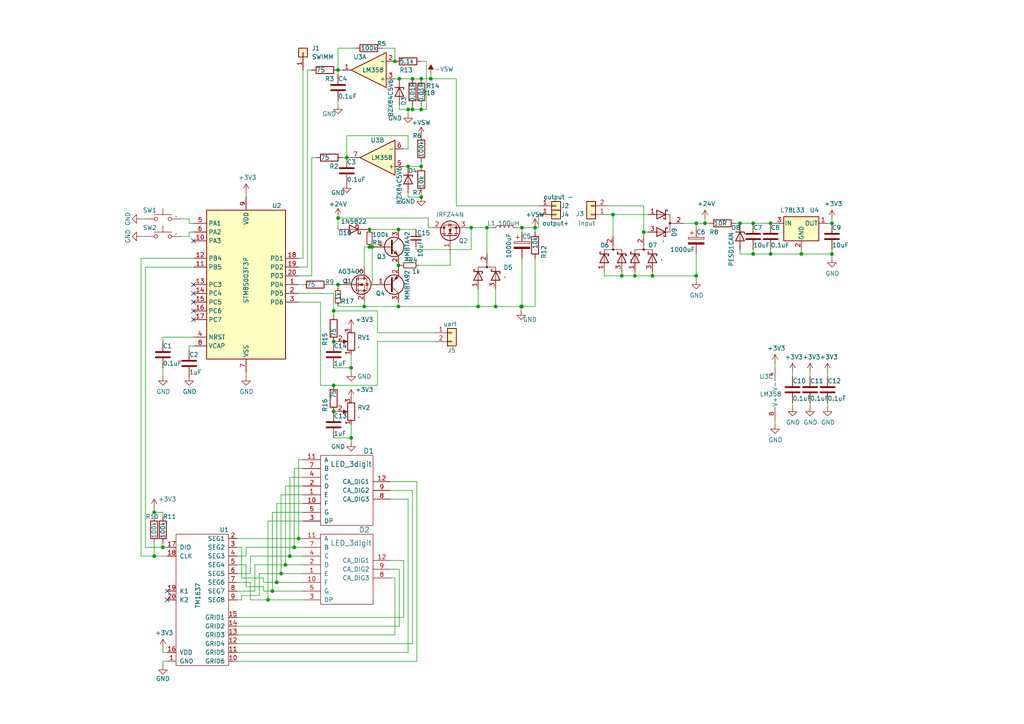
<source format=kicad_sch>
(kicad_sch (version 20211123) (generator eeschema)
  (paper "A4")
  (title_block (title "PWM regulator for power supply") (date "2022-02-09") (comment 2 "Mikhail Belkin (+79609615427, dltech174@gmail.com)"))
  (lib_symbols
    (symbol "Amplifier_Operational:LM358" (pin_names (offset 0.127))
      (property "Reference" "U" (at 0 5.08 0))
      (property "Value" "LM358" (at 0 -5.08 0))
      (symbol "LM358_1_1"
        (pin output line (at 7.62 0 180) (length 2.54) (name "~") (number "1"))
        (pin input line (at -7.62 -2.54 0) (length 2.54) (name "-") (number "2"))
        (pin input line (at -7.62 2.54 0) (length 2.54) (name "+") (number "3"))
      )
      (symbol "LM358_2_1"
        (pin input line (at -7.62 2.54 0) (length 2.54) (name "+") (number "5"))
        (pin input line (at -7.62 -2.54 0) (length 2.54) (name "-") (number "6"))
        (pin output line (at 7.62 0 180) (length 2.54) (name "~") (number "7"))
      )
      (symbol "LM358_3_1"
        (pin power_in line (at -2.54 -7.62 90) (length 3.81) (name "V-") (number "4"))
        (pin power_in line (at -2.54 7.62 270) (length 3.81) (name "V+") (number "8"))
      )
    )
    (symbol "Connector_Generic:Conn_01x01" (pin_names (offset 1.016) hide)
      (property "Reference" "J" (at 0 2.54 0))
      (property "Value" "Conn_01x01" (at 0 -2.54 0))
      (symbol "Conn_01x01_1_1"
        (pin passive line (at -5.08 0 0) (length 3.81) (name "Pin_1") (number "1"))
      )
    )
    (symbol "Connector_Generic:Conn_01x02" (pin_names (offset 1.016) hide)
      (property "Reference" "J" (at 0 2.54 0))
      (property "Value" "Conn_01x02" (at 0 -5.08 0))
      (symbol "Conn_01x02_1_1"
        (pin passive line (at -5.08 0 0) (length 3.81) (name "Pin_1") (number "1"))
        (pin passive line (at -5.08 -2.54 0) (length 3.81) (name "Pin_2") (number "2"))
      )
    )
    (symbol "Device:C" (pin_numbers hide) (pin_names (offset 0.254))
      (property "Reference" "C" (at 0.635 2.54 0))
      (property "Value" "C" (at 0.635 -2.54 0))
      (symbol "C_1_1"
        (pin passive line (at 0 3.81 270) (length 2.794) (name "~") (number "1"))
        (pin passive line (at 0 -3.81 90) (length 2.794) (name "~") (number "2"))
      )
    )
    (symbol "Device:C_Polarized" (pin_numbers hide) (pin_names (offset 0.254))
      (property "Reference" "C" (at 0.635 2.54 0))
      (property "Value" "C_Polarized" (at 0.635 -2.54 0))
      (symbol "C_Polarized_1_1"
        (pin passive line (at 0 3.81 270) (length 2.794) (name "~") (number "1"))
        (pin passive line (at 0 -3.81 90) (length 2.794) (name "~") (number "2"))
      )
    )
    (symbol "Device:C_Small" (pin_numbers hide) (pin_names (offset 0.254) hide)
      (property "Reference" "C" (at 0.254 1.778 0))
      (property "Value" "C_Small" (at 0.254 -2.032 0))
      (symbol "C_Small_1_1"
        (pin passive line (at 0 2.54 270) (length 2.032) (name "~") (number "1"))
        (pin passive line (at 0 -2.54 90) (length 2.032) (name "~") (number "2"))
      )
    )
    (symbol "Device:D_Schottky" (pin_numbers hide) (pin_names (offset 1.016) hide)
      (property "Reference" "D" (at 0 2.54 0))
      (property "Value" "D_Schottky" (at 0 -2.54 0))
      (symbol "D_Schottky_1_1"
        (pin passive line (at -3.81 0 0) (length 2.54) (name "K") (number "1"))
        (pin passive line (at 3.81 0 180) (length 2.54) (name "A") (number "2"))
      )
    )
    (symbol "Device:D_Schottky_Dual_CommonCathode_AKA_Parallel" (pin_names (offset 0.762) hide)
      (property "Reference" "D" (at 0 5.08 0))
      (property "Value" "D_Schottky_Dual_CommonCathode_AKA_Parallel" (at 0 -5.08 0))
      (symbol "D_Schottky_Dual_CommonCathode_AKA_Parallel_0_1"
        (pin passive line (at -5.08 2.54 0) (length 2.54) (name "K") (number "1"))
        (pin passive line (at 5.08 0 180) (length 2.54) (name "A") (number "2"))
        (pin passive line (at -5.08 -2.54 0) (length 2.54) (name "K") (number "3"))
      )
    )
    (symbol "Device:L" (pin_numbers hide) (pin_names (offset 1.016) hide)
      (property "Reference" "L" (at -1.27 0 90))
      (property "Value" "L" (at 1.905 0 90))
      (symbol "L_1_1"
        (pin passive line (at 0 3.81 270) (length 1.27) (name "1") (number "1"))
        (pin passive line (at 0 -3.81 90) (length 1.27) (name "2") (number "2"))
      )
    )
    (symbol "Device:R" (pin_numbers hide) (pin_names (offset 0))
      (property "Reference" "R" (at 2.032 0 90))
      (property "Value" "R" (at 0 0 90))
      (symbol "R_1_1"
        (pin passive line (at 0 3.81 270) (length 1.27) (name "~") (number "1"))
        (pin passive line (at 0 -3.81 90) (length 1.27) (name "~") (number "2"))
      )
    )
    (symbol "Device:R_Potentiometer" (pin_names (offset 1.016) hide)
      (property "Reference" "RV" (at -4.445 0 90))
      (property "Value" "R_Potentiometer" (at -2.54 0 90))
      (symbol "R_Potentiometer_1_1"
        (pin passive line (at 0 3.81 270) (length 1.27) (name "1") (number "1"))
        (pin passive line (at 3.81 0 180) (length 1.27) (name "2") (number "2"))
        (pin passive line (at 0 -3.81 90) (length 1.27) (name "3") (number "3"))
      )
    )
    (symbol "Device:R_Small" (pin_numbers hide) (pin_names (offset 0.254) hide)
      (property "Reference" "R" (at 0.762 0.508 0))
      (property "Value" "R_Small" (at 0.762 -1.016 0))
      (symbol "R_Small_1_1"
        (pin passive line (at 0 2.54 270) (length 0.762) (name "~") (number "1"))
        (pin passive line (at 0 -2.54 90) (length 0.762) (name "~") (number "2"))
      )
    )
    (symbol "Diode:BZX84Cxx" (pin_numbers hide) (pin_names hide)
      (property "Reference" "D" (at 0 3.81 0))
      (property "Value" "BZX84Cxx" (at 0 -3.81 0))
      (symbol "BZX84Cxx_1_1"
        (pin passive line (at 3.81 0 180) (length 2.54) (name "A") (number "1"))
        (pin no_connect line (at 1.27 0 180) (length 2.54) hide (name "NC") (number "2"))
        (pin passive line (at -3.81 0 0) (length 2.54) (name "K") (number "3"))
      )
    )
    (symbol "MCU_ST_STM8:STM8S003F3P"
      (property "Reference" "U" (at 1.27 25.4 0))
      (property "Value" "STM8S003F3P" (at 1.27 22.86 0))
      (symbol "STM8S003F3P_1_1"
        (pin bidirectional line (at 15.24 0 180) (length 3.81) (name "PD4") (number "1"))
        (pin bidirectional line (at -15.24 12.7 0) (length 3.81) (name "PA3") (number "10"))
        (pin bidirectional line (at -15.24 5.08 0) (length 3.81) (name "PB5") (number "11"))
        (pin bidirectional line (at -15.24 7.62 0) (length 3.81) (name "PB4") (number "12"))
        (pin bidirectional line (at -15.24 0 0) (length 3.81) (name "PC3") (number "13"))
        (pin bidirectional line (at -15.24 -2.54 0) (length 3.81) (name "PC4") (number "14"))
        (pin bidirectional line (at -15.24 -5.08 0) (length 3.81) (name "PC5") (number "15"))
        (pin bidirectional line (at -15.24 -7.62 0) (length 3.81) (name "PC6") (number "16"))
        (pin bidirectional line (at -15.24 -10.16 0) (length 3.81) (name "PC7") (number "17"))
        (pin bidirectional line (at 15.24 7.62 180) (length 3.81) (name "PD1") (number "18"))
        (pin bidirectional line (at 15.24 5.08 180) (length 3.81) (name "PD2") (number "19"))
        (pin bidirectional line (at 15.24 -2.54 180) (length 3.81) (name "PD5") (number "2"))
        (pin bidirectional line (at 15.24 2.54 180) (length 3.81) (name "PD3") (number "20"))
        (pin bidirectional line (at 15.24 -5.08 180) (length 3.81) (name "PD6") (number "3"))
        (pin input line (at -15.24 -15.24 0) (length 3.81) (name "NRST") (number "4"))
        (pin bidirectional line (at -15.24 17.78 0) (length 3.81) (name "PA1") (number "5"))
        (pin bidirectional line (at -15.24 15.24 0) (length 3.81) (name "PA2") (number "6"))
        (pin power_in line (at 0 -25.4 90) (length 3.81) (name "VSS") (number "7"))
        (pin passive line (at -15.24 -17.78 0) (length 3.81) (name "VCAP") (number "8"))
        (pin power_in line (at 0 25.4 270) (length 3.81) (name "VDD") (number "9"))
      )
    )
    (symbol "Regulator_Linear:L78L33_SOT89" (pin_names (offset 0.254))
      (property "Reference" "U" (at -3.81 3.175 0))
      (property "Value" "L78L33_SOT89" (at -0.635 3.175 0))
      (symbol "L78L33_SOT89_1_1"
        (pin power_out line (at 7.62 0 180) (length 2.54) (name "OUT") (number "1"))
        (pin power_in line (at 0 -7.62 90) (length 2.54) (name "GND") (number "2"))
        (pin power_in line (at -7.62 0 0) (length 2.54) (name "IN") (number "3"))
      )
    )
    (symbol "Switch:SW_Push" (pin_numbers hide) (pin_names (offset 1.016) hide)
      (property "Reference" "SW" (at 1.27 2.54 0))
      (property "Value" "SW_Push" (at 0 -1.524 0))
      (symbol "SW_Push_0_1"
        (pin passive line (at -5.08 0 0) (length 2.54) (name "1") (number "1"))
        (pin passive line (at 5.08 0 180) (length 2.54) (name "2") (number "2"))
      )
    )
    (symbol "Transistor_BJT:MMBTA42" (pin_names (offset 0) hide)
      (property "Reference" "Q" (at 5.08 1.905 0))
      (property "Value" "MMBTA42" (at 5.08 0 0))
      (symbol "MMBTA42_1_1"
        (pin input line (at -5.08 0 0) (length 5.08) (name "B") (number "1"))
        (pin passive line (at 2.54 -5.08 90) (length 2.54) (name "E") (number "2"))
        (pin passive line (at 2.54 5.08 270) (length 2.54) (name "C") (number "3"))
      )
    )
    (symbol "Transistor_BJT:MMBTA92" (pin_names (offset 0) hide)
      (property "Reference" "Q" (at 5.08 1.905 0))
      (property "Value" "MMBTA92" (at 5.08 0 0))
      (symbol "MMBTA92_1_1"
        (pin input line (at -5.08 0 0) (length 5.08) (name "B") (number "1"))
        (pin passive line (at 2.54 -5.08 90) (length 2.54) (name "E") (number "2"))
        (pin passive line (at 2.54 5.08 270) (length 2.54) (name "C") (number "3"))
      )
    )
    (symbol "local:2N60" (pin_names (offset 0) hide)
      (property "Reference" "Q" (at 5.08 1.905 0))
      (property "Value" "2N60" (at 5.08 0 0))
      (symbol "2N60_1_1"
        (pin input line (at -5.08 0 0) (length 5.08) (name "G") (number "1"))
        (pin passive line (at 2.54 5.08 270) (length 2.54) (name "D") (number "2"))
        (pin passive line (at 2.54 -5.08 90) (length 2.54) (name "S") (number "3"))
      )
    )
    (symbol "local:AO3400" (pin_names (offset 0) hide)
      (property "Reference" "Q" (at 5.08 1.905 0))
      (property "Value" "AO3400" (at 5.08 0 0))
      (symbol "AO3400_1_1"
        (pin input line (at -5.08 0 0) (length 5.08) (name "G") (number "1"))
        (pin passive line (at 2.54 -5.08 90) (length 2.54) (name "S") (number "2"))
        (pin passive line (at 2.54 5.08 270) (length 2.54) (name "D") (number "3"))
      )
    )
    (symbol "local:LED_3digit" (pin_names (offset 1.016))
      (property "Reference" "D" (at 0 11.43 0))
      (property "Value" "LED_3digit" (at 0 -11.43 0))
      (symbol "LED_3digit_1_1"
        (pin input line (at -12.7 -1.27 0) (length 5.08) (name "E") (number "1"))
        (pin input line (at -12.7 -3.81 0) (length 5.08) (name "F") (number "10"))
        (pin input line (at -12.7 8.89 0) (length 5.08) (name "A") (number "11"))
        (pin input line (at 12.7 2.54 180) (length 5.08) (name "CA_DIG1") (number "12"))
        (pin input line (at -12.7 1.27 0) (length 5.08) (name "D") (number "2"))
        (pin input line (at -12.7 -8.89 0) (length 5.08) (name "DP") (number "3"))
        (pin input line (at -12.7 3.81 0) (length 5.08) (name "C") (number "4"))
        (pin input line (at -12.7 -6.35 0) (length 5.08) (name "G") (number "5"))
        (pin input line (at -12.7 6.35 0) (length 5.08) (name "B") (number "7"))
        (pin input line (at 12.7 -2.54 180) (length 5.08) (name "CA_DIG3") (number "8"))
        (pin input line (at 12.7 0 180) (length 5.08) (name "CA_DIG2") (number "9"))
      )
    )
    (symbol "local:TM1637" (pin_names (offset 1.016))
      (property "Reference" "U" (at 6.35 22.86 0))
      (property "Value" "TM1637" (at -3.81 22.86 0))
      (symbol "TM1637_1_1"
        (pin power_in line (at -10.16 -15.24 0) (length 2.54) (name "GND") (number "1"))
        (pin output line (at 10.16 -15.24 180) (length 2.54) (name "GRID6") (number "10"))
        (pin output line (at 10.16 -12.7 180) (length 2.54) (name "GRID5") (number "11"))
        (pin output line (at 10.16 -10.16 180) (length 2.54) (name "GRID4") (number "12"))
        (pin output line (at 10.16 -7.62 180) (length 2.54) (name "GRID3") (number "13"))
        (pin output line (at 10.16 -5.08 180) (length 2.54) (name "GRID2") (number "14"))
        (pin output line (at 10.16 -2.54 180) (length 2.54) (name "GRID1") (number "15"))
        (pin power_in line (at -10.16 -12.7 0) (length 2.54) (name "VDD") (number "16"))
        (pin bidirectional line (at -10.16 17.78 0) (length 2.54) (name "DIO") (number "17"))
        (pin input line (at -10.16 15.24 0) (length 2.54) (name "CLK") (number "18"))
        (pin input line (at -10.16 5.08 0) (length 2.54) (name "K1") (number "19"))
        (pin output line (at 10.16 20.32 180) (length 2.54) (name "SEG1") (number "2"))
        (pin input line (at -10.16 2.54 0) (length 2.54) (name "K2") (number "20"))
        (pin output line (at 10.16 17.78 180) (length 2.54) (name "SEG2") (number "3"))
        (pin output line (at 10.16 15.24 180) (length 2.54) (name "SEG3") (number "4"))
        (pin output line (at 10.16 12.7 180) (length 2.54) (name "SEG4") (number "5"))
        (pin output line (at 10.16 10.16 180) (length 2.54) (name "SEG5") (number "6"))
        (pin output line (at 10.16 7.62 180) (length 2.54) (name "SEG6") (number "7"))
        (pin output line (at 10.16 5.08 180) (length 2.54) (name "SEG7") (number "8"))
        (pin output line (at 10.16 2.54 180) (length 2.54) (name "SEG8") (number "9"))
      )
    )
    (symbol "power:+24V" (power) (pin_names (offset 0))
      (property "Value" "+24V" (at 0 3.556 0))
      (symbol "+24V_1_1"
        (pin power_in line (at 0 0 90) (length 0) hide (name "+24V") (number "1"))
      )
    )
    (symbol "power:+3.3V" (power) (pin_names (offset 0))
      (property "Value" "+3.3V" (at 0 3.556 0))
      (symbol "+3.3V_1_1"
        (pin power_in line (at 0 0 90) (length 0) hide (name "+3V3") (number "1"))
      )
    )
    (symbol "power:+VSW" (power) (pin_names (offset 0))
      (property "Value" "+VSW" (at 0 3.556 0))
      (symbol "+VSW_1_1"
        (pin power_in line (at 0 0 90) (length 0) hide (name "+VSW") (number "1"))
      )
    )
    (symbol "power:-VSW" (power) (pin_names (offset 0))
      (property "Value" "-VSW" (at 0 3.81 0))
      (symbol "-VSW_0_0"
        (pin power_in line (at 0 0 90) (length 0) hide (name "-VSW") (number "1"))
      )
    )
    (symbol "power:GND" (power) (pin_names (offset 0))
      (property "Value" "GND" (at 0 -3.81 0))
      (symbol "GND_1_1"
        (pin power_in line (at 0 0 270) (length 0) hide (name "GND") (number "1"))
      )
    )
  )
  (junction (at 118.364 31.75))
  (junction (at 82.804 163.83))
  (junction (at 101.854 127))
  (junction (at 122.174 31.75))
  (junction (at 98.044 20.32))
  (junction (at 232.41 73.66))
  (junction (at 77.724 173.99))
  (junction (at 115.57 66.548))
  (junction (at 115.824 22.86))
  (junction (at 201.93 80.01))
  (junction (at 201.93 64.77))
  (junction (at 47.244 158.75))
  (junction (at 119.634 22.86))
  (junction (at 96.774 111.76))
  (junction (at 114.554 17.78))
  (junction (at 107.188 66.548))
  (junction (at 214.63 64.77))
  (junction (at 44.704 161.29))
  (junction (at 122.174 48.26))
  (junction (at 96.774 119.38))
  (junction (at 141.224 66.04))
  (junction (at 100.584 45.72))
  (junction (at 155.194 66.04))
  (junction (at 124.968 22.86))
  (junction (at 81.534 166.37))
  (junction (at 186.69 67.31))
  (junction (at 136.652 66.04))
  (junction (at 107.95 71.628))
  (junction (at 204.47 64.77))
  (junction (at 151.384 88.9))
  (junction (at 218.44 73.66))
  (junction (at 151.384 66.04))
  (junction (at 143.764 88.9))
  (junction (at 85.344 158.75))
  (junction (at 122.174 57.15))
  (junction (at 138.684 88.9))
  (junction (at 223.52 73.66))
  (junction (at 98.044 63.246))
  (junction (at 86.614 156.21))
  (junction (at 241.3 64.77))
  (junction (at 151.13 88.9))
  (junction (at 107.188 71.628))
  (junction (at 98.044 82.55))
  (junction (at 105.664 88.9))
  (junction (at 84.074 161.29))
  (junction (at 189.23 80.01))
  (junction (at 119.634 31.75))
  (junction (at 218.44 64.77))
  (junction (at 223.52 64.77))
  (junction (at 80.264 168.91))
  (junction (at 101.854 106.68))
  (junction (at 177.8 62.23))
  (junction (at 241.3 73.66))
  (junction (at 96.774 90.17))
  (junction (at 122.174 22.86))
  (junction (at 115.57 88.9))
  (junction (at 96.774 99.06))
  (junction (at 180.34 80.01))
  (junction (at 78.994 171.45))
  (junction (at 184.15 80.01))
  (junction (at 118.364 48.26))
  (junction (at 44.704 148.59))
  (junction (at 115.57 76.962))
  (no_connect (at 56.134 92.71))
  (no_connect (at 56.134 82.55))
  (no_connect (at 48.514 173.99))
  (no_connect (at 56.134 90.17))
  (no_connect (at 56.134 87.63))
  (no_connect (at 48.514 171.45))
  (no_connect (at 56.134 85.09))
  (no_connect (at 56.134 69.85))
  (wire (pts (xy 120.65 72.39) (xy 136.652 72.39)))
  (wire (pts (xy 75.184 166.37) (xy 81.534 166.37)))
  (wire (pts (xy 48.514 191.77) (xy 47.244 191.77)))
  (wire (pts (xy 123.698 31.75) (xy 122.174 31.75)))
  (wire (pts (xy 44.704 161.29) (xy 48.514 161.29)))
  (wire (pts (xy 98.044 82.55) (xy 98.044 83.566)))
  (wire (pts (xy 130.556 76.962) (xy 130.556 73.66)))
  (wire (pts (xy 98.044 63.246) (xy 124.206 63.246)))
  (wire (pts (xy 98.044 30.48) (xy 98.044 29.21)))
  (wire (pts (xy 114.554 17.78) (xy 114.554 13.97)))
  (wire (pts (xy 70.104 173.99) (xy 70.104 172.72)))
  (wire (pts (xy 201.93 66.04) (xy 201.93 64.77)))
  (wire (pts (xy 117.094 48.26) (xy 118.364 48.26)))
  (wire (pts (xy 87.884 173.99) (xy 77.724 173.99)))
  (wire (pts (xy 109.474 99.06) (xy 109.474 111.76)))
  (wire (pts (xy 115.824 31.75) (xy 118.364 31.75)))
  (wire (pts (xy 80.264 168.91) (xy 76.454 168.91)))
  (wire (pts (xy 86.614 74.93) (xy 87.884 74.93)))
  (wire (pts (xy 107.95 71.628) (xy 107.95 82.55)))
  (wire (pts (xy 87.884 171.45) (xy 78.994 171.45)))
  (wire (pts (xy 90.424 80.01) (xy 86.614 80.01)))
  (wire (pts (xy 86.614 77.47) (xy 89.154 77.47)))
  (wire (pts (xy 143.764 83.82) (xy 143.764 88.9)))
  (wire (pts (xy 175.26 80.01) (xy 180.34 80.01)))
  (wire (pts (xy 189.23 80.01) (xy 201.93 80.01)))
  (wire (pts (xy 99.314 45.72) (xy 100.584 45.72)))
  (wire (pts (xy 87.884 143.51) (xy 81.534 143.51)))
  (wire (pts (xy 119.634 142.24) (xy 119.634 186.69)))
  (wire (pts (xy 122.174 48.26) (xy 122.174 46.99)))
  (wire (pts (xy 89.154 20.32) (xy 89.154 77.47)))
  (wire (pts (xy 204.47 63.5) (xy 204.47 64.77)))
  (wire (pts (xy 68.834 158.75) (xy 70.104 158.75)))
  (wire (pts (xy 86.614 133.35) (xy 86.614 156.21)))
  (wire (pts (xy 40.894 161.29) (xy 44.704 161.29)))
  (wire (pts (xy 224.79 123.19) (xy 224.79 121.92)))
  (wire (pts (xy 107.188 71.628) (xy 107.95 71.628)))
  (wire (pts (xy 223.52 64.77) (xy 224.79 64.77)))
  (wire (pts (xy 96.774 119.38) (xy 98.044 119.38)))
  (wire (pts (xy 241.3 64.77) (xy 241.3 63.5)))
  (wire (pts (xy 80.264 146.05) (xy 80.264 168.91)))
  (wire (pts (xy 73.914 163.83) (xy 82.804 163.83)))
  (wire (pts (xy 98.044 88.9) (xy 105.664 88.9)))
  (wire (pts (xy 92.964 87.63) (xy 92.964 111.76)))
  (wire (pts (xy 68.834 166.37) (xy 72.644 166.37)))
  (wire (pts (xy 106.426 66.548) (xy 107.188 66.548)))
  (wire (pts (xy 114.554 184.15) (xy 114.554 167.64)))
  (wire (pts (xy 115.57 76.708) (xy 115.57 76.962)))
  (wire (pts (xy 240.03 118.11) (xy 240.03 116.84)))
  (wire (pts (xy 125.984 99.06) (xy 109.474 99.06)))
  (wire (pts (xy 175.26 78.74) (xy 175.26 80.01)))
  (wire (pts (xy 119.634 22.86) (xy 122.174 22.86)))
  (wire (pts (xy 40.894 68.58) (xy 42.164 68.58)))
  (wire (pts (xy 138.684 88.9) (xy 138.684 83.82)))
  (wire (pts (xy 122.174 55.88) (xy 122.174 57.15)))
  (wire (pts (xy 77.724 173.99) (xy 77.724 151.13)))
  (wire (pts (xy 141.224 73.66) (xy 141.224 66.04)))
  (wire (pts (xy 75.184 172.72) (xy 75.184 166.37)))
  (wire (pts (xy 121.412 76.962) (xy 130.556 76.962)))
  (wire (pts (xy 138.684 88.9) (xy 143.764 88.9)))
  (wire (pts (xy 40.894 63.5) (xy 42.164 63.5)))
  (wire (pts (xy 141.224 66.04) (xy 142.494 66.04)))
  (wire (pts (xy 87.884 20.32) (xy 87.884 74.93)))
  (wire (pts (xy 87.884 158.75) (xy 85.344 158.75)))
  (wire (pts (xy 44.704 149.86) (xy 44.704 148.59)))
  (wire (pts (xy 86.614 87.63) (xy 92.964 87.63)))
  (wire (pts (xy 240.03 109.22) (xy 240.03 107.95)))
  (wire (pts (xy 78.994 148.59) (xy 78.994 171.45)))
  (wire (pts (xy 234.95 109.22) (xy 234.95 107.95)))
  (wire (pts (xy 241.3 73.66) (xy 232.41 73.66)))
  (wire (pts (xy 213.36 64.77) (xy 214.63 64.77)))
  (wire (pts (xy 47.244 158.75) (xy 48.514 158.75)))
  (wire (pts (xy 54.864 63.5) (xy 52.324 63.5)))
  (wire (pts (xy 119.634 30.48) (xy 119.634 31.75)))
  (wire (pts (xy 82.804 140.97) (xy 82.804 163.83)))
  (wire (pts (xy 184.15 80.01) (xy 184.15 78.74)))
  (wire (pts (xy 186.69 68.58) (xy 186.69 67.31)))
  (wire (pts (xy 98.044 13.97) (xy 98.044 20.32)))
  (wire (pts (xy 96.774 91.44) (xy 96.774 90.17)))
  (wire (pts (xy 118.364 33.02) (xy 118.364 31.75)))
  (wire (pts (xy 71.374 163.83) (xy 71.374 170.18)))
  (wire (pts (xy 98.044 20.32) (xy 99.314 20.32)))
  (wire (pts (xy 90.424 45.72) (xy 90.424 80.01)))
  (wire (pts (xy 118.364 57.15) (xy 118.364 55.88)))
  (wire (pts (xy 47.244 97.79) (xy 47.244 99.06)))
  (wire (pts (xy 42.164 158.75) (xy 47.244 158.75)))
  (wire (pts (xy 118.364 48.26) (xy 122.174 48.26)))
  (wire (pts (xy 119.634 31.75) (xy 122.174 31.75)))
  (wire (pts (xy 72.644 161.29) (xy 84.074 161.29)))
  (wire (pts (xy 68.834 168.91) (xy 72.644 168.91)))
  (wire (pts (xy 180.34 80.01) (xy 184.15 80.01)))
  (wire (pts (xy 68.834 171.45) (xy 73.914 171.45)))
  (wire (pts (xy 100.584 39.37) (xy 100.584 45.72)))
  (wire (pts (xy 71.374 161.29) (xy 71.374 158.75)))
  (wire (pts (xy 115.824 30.48) (xy 115.824 31.75)))
  (wire (pts (xy 115.57 76.962) (xy 115.57 77.47)))
  (wire (pts (xy 107.188 66.548) (xy 115.57 66.548)))
  (wire (pts (xy 115.824 165.1) (xy 115.824 181.61)))
  (wire (pts (xy 117.094 162.56) (xy 113.284 162.56)))
  (wire (pts (xy 98.044 13.97) (xy 103.124 13.97)))
  (wire (pts (xy 54.864 100.33) (xy 56.134 100.33)))
  (wire (pts (xy 96.774 127) (xy 101.854 127)))
  (wire (pts (xy 124.206 66.04) (xy 125.476 66.04)))
  (wire (pts (xy 87.884 161.29) (xy 84.074 161.29)))
  (wire (pts (xy 218.44 73.66) (xy 214.63 73.66)))
  (wire (pts (xy 78.994 171.45) (xy 76.454 171.45)))
  (wire (pts (xy 232.41 73.66) (xy 232.41 72.39)))
  (wire (pts (xy 87.884 168.91) (xy 80.264 168.91)))
  (wire (pts (xy 95.25 82.55) (xy 98.044 82.55)))
  (wire (pts (xy 87.884 138.43) (xy 84.074 138.43)))
  (wire (pts (xy 109.474 96.52) (xy 109.474 90.17)))
  (wire (pts (xy 119.634 142.24) (xy 113.284 142.24)))
  (wire (pts (xy 241.3 74.93) (xy 241.3 73.66)))
  (wire (pts (xy 54.864 67.31) (xy 56.134 67.31)))
  (wire (pts (xy 71.374 170.18) (xy 76.454 170.18)))
  (wire (pts (xy 118.364 39.37) (xy 100.584 39.37)))
  (wire (pts (xy 138.684 88.9) (xy 115.57 88.9)))
  (wire (pts (xy 124.968 22.86) (xy 132.334 22.86)))
  (wire (pts (xy 241.3 73.66) (xy 241.3 72.39)))
  (wire (pts (xy 114.554 22.86) (xy 115.824 22.86)))
  (wire (pts (xy 68.834 163.83) (xy 71.374 163.83)))
  (wire (pts (xy 96.774 111.76) (xy 109.474 111.76)))
  (wire (pts (xy 118.364 144.78) (xy 118.364 189.23)))
  (wire (pts (xy 155.194 67.31) (xy 155.194 66.04)))
  (wire (pts (xy 224.79 106.68) (xy 224.79 105.41)))
  (wire (pts (xy 223.52 73.66) (xy 223.52 72.39)))
  (wire (pts (xy 56.134 64.77) (xy 54.864 64.77)))
  (wire (pts (xy 214.63 73.66) (xy 214.63 72.39)))
  (wire (pts (xy 81.534 166.37) (xy 87.884 166.37)))
  (wire (pts (xy 68.834 156.21) (xy 86.614 156.21)))
  (wire (pts (xy 47.244 189.23) (xy 47.244 187.96)))
  (wire (pts (xy 56.134 97.79) (xy 47.244 97.79)))
  (wire (pts (xy 98.044 21.59) (xy 98.044 20.32)))
  (wire (pts (xy 120.904 139.7) (xy 113.284 139.7)))
  (wire (pts (xy 113.284 165.1) (xy 115.824 165.1)))
  (wire (pts (xy 47.244 191.77) (xy 47.244 193.04)))
  (wire (pts (xy 122.174 22.86) (xy 124.968 22.86)))
  (wire (pts (xy 229.87 118.11) (xy 229.87 116.84)))
  (wire (pts (xy 68.834 186.69) (xy 119.634 186.69)))
  (wire (pts (xy 86.614 85.09) (xy 96.774 85.09)))
  (wire (pts (xy 70.104 167.64) (xy 76.454 167.64)))
  (wire (pts (xy 47.244 149.86) (xy 47.244 148.59)))
  (wire (pts (xy 87.884 146.05) (xy 80.264 146.05)))
  (wire (pts (xy 98.806 66.548) (xy 98.044 66.548)))
  (wire (pts (xy 223.52 64.77) (xy 218.44 64.77)))
  (wire (pts (xy 98.044 63.246) (xy 98.044 62.992)))
  (wire (pts (xy 90.424 45.72) (xy 91.694 45.72)))
  (wire (pts (xy 151.13 88.9) (xy 151.384 88.9)))
  (wire (pts (xy 100.584 45.72) (xy 101.854 45.72)))
  (wire (pts (xy 218.44 73.66) (xy 218.44 72.39)))
  (wire (pts (xy 87.884 163.83) (xy 82.804 163.83)))
  (wire (pts (xy 86.614 156.21) (xy 87.884 156.21)))
  (wire (pts (xy 44.704 157.48) (xy 44.704 161.29)))
  (wire (pts (xy 136.652 72.39) (xy 136.652 66.04)))
  (wire (pts (xy 68.834 161.29) (xy 71.374 161.29)))
  (wire (pts (xy 84.074 138.43) (xy 84.074 161.29)))
  (wire (pts (xy 122.174 30.48) (xy 122.174 31.75)))
  (wire (pts (xy 180.34 80.01) (xy 180.34 78.74)))
  (wire (pts (xy 201.93 80.01) (xy 201.93 81.28)))
  (wire (pts (xy 54.864 101.6) (xy 54.864 100.33)))
  (wire (pts (xy 117.094 43.18) (xy 118.364 43.18)))
  (wire (pts (xy 68.834 179.07) (xy 117.094 179.07)))
  (wire (pts (xy 201.93 64.77) (xy 204.47 64.77)))
  (wire (pts (xy 54.864 64.77) (xy 54.864 63.5)))
  (wire (pts (xy 105.664 71.628) (xy 107.188 71.628)))
  (wire (pts (xy 201.93 73.66) (xy 201.93 80.01)))
  (wire (pts (xy 72.644 173.99) (xy 77.724 173.99)))
  (wire (pts (xy 186.69 59.69) (xy 176.53 59.69)))
  (wire (pts (xy 101.854 106.68) (xy 101.854 102.87)))
  (wire (pts (xy 47.244 109.22) (xy 47.244 106.68)))
  (wire (pts (xy 89.154 20.32) (xy 90.424 20.32)))
  (wire (pts (xy 96.774 85.09) (xy 96.774 90.17)))
  (wire (pts (xy 96.774 106.68) (xy 101.854 106.68)))
  (wire (pts (xy 151.13 90.17) (xy 151.13 88.9)))
  (wire (pts (xy 81.534 143.51) (xy 81.534 166.37)))
  (wire (pts (xy 42.164 77.47) (xy 42.164 158.75)))
  (wire (pts (xy 150.114 66.04) (xy 151.384 66.04)))
  (wire (pts (xy 136.652 66.04) (xy 141.224 66.04)))
  (wire (pts (xy 86.614 82.55) (xy 87.63 82.55)))
  (wire (pts (xy 87.884 135.89) (xy 85.344 135.89)))
  (wire (pts (xy 110.744 13.97) (xy 114.554 13.97)))
  (wire (pts (xy 98.044 66.548) (xy 98.044 63.246)))
  (wire (pts (xy 92.964 111.76) (xy 96.774 111.76)))
  (wire (pts (xy 118.364 144.78) (xy 113.284 144.78)))
  (wire (pts (xy 68.834 189.23) (xy 118.364 189.23)))
  (wire (pts (xy 115.57 87.63) (xy 115.57 88.9)))
  (wire (pts (xy 77.724 151.13) (xy 87.884 151.13)))
  (wire (pts (xy 151.384 74.93) (xy 151.384 88.9)))
  (wire (pts (xy 125.984 96.52) (xy 109.474 96.52)))
  (wire (pts (xy 143.764 88.9) (xy 151.13 88.9)))
  (wire (pts (xy 87.884 133.35) (xy 86.614 133.35)))
  (wire (pts (xy 229.87 109.22) (xy 229.87 107.95)))
  (wire (pts (xy 72.644 168.91) (xy 72.644 173.99)))
  (wire (pts (xy 68.834 191.77) (xy 120.904 191.77)))
  (wire (pts (xy 151.384 67.31) (xy 151.384 66.04)))
  (wire (pts (xy 186.69 67.31) (xy 187.96 67.31)))
  (wire (pts (xy 155.194 66.04) (xy 156.21 66.04)))
  (wire (pts (xy 76.454 170.18) (xy 76.454 171.45)))
  (wire (pts (xy 124.206 63.246) (xy 124.206 66.04)))
  (wire (pts (xy 105.664 87.63) (xy 105.664 88.9)))
  (wire (pts (xy 240.03 64.77) (xy 241.3 64.77)))
  (wire (pts (xy 54.864 68.58) (xy 54.864 67.31)))
  (wire (pts (xy 68.834 181.61) (xy 115.824 181.61)))
  (wire (pts (xy 68.834 173.99) (xy 70.104 173.99)))
  (wire (pts (xy 115.824 22.86) (xy 119.634 22.86)))
  (wire (pts (xy 124.968 21.336) (xy 124.968 22.86)))
  (wire (pts (xy 70.104 172.72) (xy 75.184 172.72)))
  (wire (pts (xy 71.374 109.22) (xy 71.374 107.95)))
  (wire (pts (xy 117.094 179.07) (xy 117.094 162.56)))
  (wire (pts (xy 120.65 71.628) (xy 120.65 72.39)))
  (wire (pts (xy 71.374 158.75) (xy 85.344 158.75)))
  (wire (pts (xy 52.324 68.58) (xy 54.864 68.58)))
  (wire (pts (xy 87.884 148.59) (xy 78.994 148.59)))
  (wire (pts (xy 47.244 157.48) (xy 47.244 158.75)))
  (wire (pts (xy 136.652 66.04) (xy 135.636 66.04)))
  (wire (pts (xy 85.344 135.89) (xy 85.344 158.75)))
  (wire (pts (xy 71.374 57.15) (xy 71.374 55.88)))
  (wire (pts (xy 118.364 31.75) (xy 119.634 31.75)))
  (wire (pts (xy 87.884 140.97) (xy 82.804 140.97)))
  (wire (pts (xy 123.698 17.78) (xy 123.698 31.75)))
  (wire (pts (xy 214.63 64.77) (xy 218.44 64.77)))
  (wire (pts (xy 115.57 66.548) (xy 120.65 66.548)))
  (wire (pts (xy 186.69 67.31) (xy 186.69 59.69)))
  (wire (pts (xy 68.834 184.15) (xy 114.554 184.15)))
  (wire (pts (xy 151.384 66.04) (xy 155.194 66.04)))
  (wire (pts (xy 122.174 17.78) (xy 123.698 17.78)))
  (wire (pts (xy 176.53 62.23) (xy 177.8 62.23)))
  (wire (pts (xy 151.384 88.9) (xy 155.194 88.9)))
  (wire (pts (xy 187.96 62.23) (xy 177.8 62.23)))
  (wire (pts (xy 204.47 64.77) (xy 205.74 64.77)))
  (wire (pts (xy 177.8 62.23) (xy 177.8 68.58)))
  (wire (pts (xy 115.57 76.962) (xy 116.332 76.962)))
  (wire (pts (xy 232.41 73.66) (xy 223.52 73.66)))
  (wire (pts (xy 73.914 171.45) (xy 73.914 163.83)))
  (wire (pts (xy 98.044 88.9) (xy 98.044 88.646)))
  (wire (pts (xy 70.104 158.75) (xy 70.104 167.64)))
  (wire (pts (xy 98.044 99.06) (xy 96.774 99.06)))
  (wire (pts (xy 101.854 106.68) (xy 101.854 107.95)))
  (wire (pts (xy 118.364 57.15) (xy 122.174 57.15)))
  (wire (pts (xy 234.95 118.11) (xy 234.95 116.84)))
  (wire (pts (xy 40.894 74.93) (xy 40.894 161.29)))
  (wire (pts (xy 101.854 127) (xy 101.854 128.27)))
  (wire (pts (xy 118.364 43.18) (xy 118.364 39.37)))
  (wire (pts (xy 47.244 148.59) (xy 44.704 148.59)))
  (wire (pts (xy 72.644 166.37) (xy 72.644 161.29)))
  (wire (pts (xy 184.15 80.01) (xy 189.23 80.01)))
  (wire (pts (xy 114.554 167.64) (xy 113.284 167.64)))
  (wire (pts (xy 48.514 189.23) (xy 47.244 189.23)))
  (wire (pts (xy 42.164 77.47) (xy 56.134 77.47)))
  (wire (pts (xy 223.52 73.66) (xy 218.44 73.66)))
  (wire (pts (xy 105.664 88.9) (xy 115.57 88.9)))
  (wire (pts (xy 156.21 62.23) (xy 156.21 66.04)))
  (wire (pts (xy 198.12 64.77) (xy 201.93 64.77)))
  (wire (pts (xy 132.334 22.86) (xy 132.334 59.69)))
  (wire (pts (xy 120.904 139.7) (xy 120.904 191.77)))
  (wire (pts (xy 132.334 59.69) (xy 156.21 59.69)))
  (wire (pts (xy 101.854 127) (xy 101.854 123.19)))
  (wire (pts (xy 155.194 88.9) (xy 155.194 74.93)))
  (wire (pts (xy 189.23 80.01) (xy 189.23 78.74)))
  (wire (pts (xy 44.704 147.32) (xy 44.704 148.59)))
  (wire (pts (xy 76.454 167.64) (xy 76.454 168.91)))
  (wire (pts (xy 109.474 90.17) (xy 96.774 90.17)))
  (wire (pts (xy 56.134 74.93) (xy 40.894 74.93)))
  (wire (pts (xy 105.664 77.47) (xy 105.664 71.628)))
  (symbol (lib_id "power:+3.3V") (at 47.244 187.96 0) (unit 1)
    (property "Reference" "#PWR01" (effects hide))
    (property "Value" "+3.3V" (at 47.625 183.5658 0))
  )
  (symbol (lib_id "power:GND") (at 47.244 193.04 0) (unit 1)
    (property "Reference" "#PWR02" (effects hide))
    (property "Value" "GND" (at 47.244 196.85 0))
  )
  (symbol (lib_id "local:TM1637") (at 58.674 176.53 0) (unit 1)
    (property "Reference" "U1" (at 65.024 153.67 0))
    (property "Value" "TM1637" (at 57.404 172.72 90))
    (property "Footprint" "Package_SO:SOIC-20W_7.5x12.8mm_P1.27mm" (effects hide))
  )
  (symbol (lib_id "local:LED_3digit") (at 100.584 165.1 0) (unit 1)
    (property "Reference" "D2" (at 105.664 153.67 0) (effects (font (size 1.524 1.524))))
    (property "Value" "LED_3digit" (at 101.854 157.48 0) (effects (font (size 1.524 1.524))))
    (property "Footprint" "pwm_module:FYT-3631" (effects hide))
  )
  (symbol (lib_id "MCU_ST_STM8:STM8S003F3P") (at 71.374 82.55 0) (unit 1)
    (property "Reference" "U2" (at 80.264 59.69 0))
    (property "Value" "STM8S003F3P" (at 71.374 81.28 90))
    (property "Footprint" "Package_SO:TSSOP-20_4.4x6.5mm_P0.65mm" (effects hide))
    (property "Datasheet" "http://www.st.com/st-web-ui/static/active/en/resource/technical/document/datasheet/DM00024550.pdf" (effects hide))
  )
  (symbol (lib_id "power:+3.3V") (at 71.374 55.88 0) (unit 1)
    (property "Reference" "#PWR0101" (effects hide))
    (property "Value" "+3.3V" (at 71.755 51.4858 0))
  )
  (symbol (lib_id "power:GND") (at 71.374 109.22 0) (unit 1)
    (property "Reference" "#PWR0102" (effects hide))
    (property "Value" "GND" (at 71.501 113.6142 0))
  )
  (symbol (lib_id "local:LED_3digit") (at 100.584 142.24 0) (unit 1)
    (property "Reference" "D1" (at 106.934 130.81 0) (effects (font (size 1.524 1.524))))
    (property "Value" "LED_3digit" (at 101.854 134.62 0) (effects (font (size 1.524 1.524))))
    (property "Footprint" "pwm_module:FYT-3631" (effects hide))
  )
  (symbol (lib_id "Diode:BZX84Cxx") (at 214.63 68.58 270) (unit 1)
    (property "Reference" "D8" (at 212.09 66.04 90) (effects (justify left)))
    (property "Value" "PESD1CAN" (at 212.09 67.31 0) (effects (justify left)))
    (property "Footprint" "Diode_SMD:D_SOT-23_ANK" (effects hide))
    (property "Datasheet" "https://diotec.com/tl_files/diotec/files/pdf/datasheets/bzx84c2v4.pdf" (effects hide))
  )
  (symbol (lib_id "power:GND") (at 118.364 33.02 0) (unit 1)
    (property "Reference" "#PWR0107" (effects hide))
    (property "Value" "GND" (at 114.554 34.29 0))
  )
  (symbol (lib_id "Switch:SW_Push") (at 47.244 63.5 0) (unit 1)
    (property "Reference" "SW1" (at 43.434 60.96 0))
    (property "Value" "." (at 51.054 62.23 0))
    (property "Footprint" "Button_Switch_THT:SW_PUSH_6mm" (effects hide))
  )
  (symbol (lib_id "power:GND") (at 40.894 63.5 270) (unit 1)
    (property "Reference" "#PWR0131" (effects hide))
    (property "Value" "GND" (at 37.084 63.5 0))
  )
  (symbol (lib_id "Device:R") (at 122.174 43.18 0) (unit 1)
    (property "Reference" "R6" (at 119.634 39.37 0) (effects (justify left)))
    (property "Value" "100k" (at 122.174 45.72 90) (effects (justify left)))
    (property "Footprint" "Resistor_SMD:R_0805_2012Metric" (effects hide))
  )
  (symbol (lib_id "Device:C") (at 54.864 105.41 0) (unit 1)
    (property "Reference" "C2" (at 54.864 102.87 0) (effects (justify left)))
    (property "Value" "1uF" (at 54.864 107.95 0) (effects (justify left)))
    (property "Footprint" "Capacitor_SMD:C_0805_2012Metric" (effects hide))
  )
  (symbol (lib_id "Device:R") (at 122.174 52.07 0) (unit 1)
    (property "Reference" "R7" (at 119.634 55.88 0) (effects (justify left)))
    (property "Value" "10k" (at 122.174 54.61 90) (effects (justify left)))
    (property "Footprint" "Resistor_SMD:R_0805_2012Metric" (effects hide))
  )
  (symbol (lib_id "power:GND") (at 54.864 109.22 0) (unit 1)
    (property "Reference" "#PWR0103" (effects hide))
    (property "Value" "GND" (at 54.991 113.6142 0))
  )
  (symbol (lib_id "Regulator_Linear:L78L33_SOT89") (at 232.41 64.77 0) (unit 1)
    (property "Reference" "U4" (at 236.22 60.96 0))
    (property "Value" "L78L33" (at 229.87 60.96 0))
    (property "Footprint" "Package_TO_SOT_SMD:SOT-89-3" (effects hide))
    (property "Datasheet" "http://www.st.com/content/ccc/resource/technical/document/datasheet/15/55/e5/aa/23/5b/43/fd/CD00000446.pdf/files/CD00000446.pdf/jcr:content/translations/en.CD00000446.pdf" (effects hide))
  )
  (symbol (lib_id "Device:C") (at 47.244 102.87 0) (unit 1)
    (property "Reference" "C1" (at 47.244 100.33 0) (effects (justify left)))
    (property "Value" "0.1uF" (at 47.244 105.41 0) (effects (justify left)))
    (property "Footprint" "Capacitor_SMD:C_0402_1005Metric" (effects hide))
  )
  (symbol (lib_id "power:GND") (at 47.244 109.22 0) (unit 1)
    (property "Reference" "#PWR0104" (effects hide))
    (property "Value" "GND" (at 47.371 113.6142 0))
  )
  (symbol (lib_id "local:2N60") (at 130.556 68.58 90) (unit 1)
    (property "Reference" "Q2" (at 134.366 69.85 90))
    (property "Value" "IRFZ44N" (at 130.556 62.23 90))
    (property "Footprint" "Package_TO_SOT_THT:TO-220-3_Vertical" (effects hide))
  )
  (symbol (lib_id "power:+24V") (at 204.47 63.5 0) (unit 1)
    (property "Reference" "#PWR0108" (effects hide))
    (property "Value" "+24V" (at 204.851 59.1058 0))
  )
  (symbol (lib_id "Device:C") (at 218.44 68.58 0) (unit 1)
    (property "Reference" "C7" (at 218.44 66.04 0) (effects (justify left)))
    (property "Value" "10uF" (at 218.44 71.12 0) (effects (justify left)))
    (property "Footprint" "Capacitor_SMD:C_0805_2012Metric" (effects hide))
  )
  (symbol (lib_id "power:GND") (at 201.93 81.28 0) (unit 1)
    (property "Reference" "#PWR0128" (effects hide))
    (property "Value" "GND" (at 202.057 85.6742 0))
  )
  (symbol (lib_id "Device:C") (at 223.52 68.58 0) (unit 1)
    (property "Reference" "C8" (at 223.52 66.04 0) (effects (justify left)))
    (property "Value" "0.1uF" (at 223.52 71.12 0) (effects (justify left)))
    (property "Footprint" "Capacitor_SMD:C_0805_2012Metric" (effects hide))
  )
  (symbol (lib_id "power:GND") (at 101.854 107.95 0) (unit 1)
    (property "Reference" "#PWR0105" (effects hide))
    (property "Value" "GND" (at 105.664 109.22 0))
  )
  (symbol (lib_id "Connector_Generic:Conn_01x01") (at 161.29 62.23 0) (unit 1)
    (property "Reference" "J4" (at 165.1 62.23 0) (effects (justify right)))
    (property "Value" "output+" (at 165.1 64.77 0) (effects (justify right)))
    (property "Footprint" "Connector_Wire:SolderWire-2.5sqmm_1x01_D2.4mm_OD4.4mm" (effects hide))
  )
  (symbol (lib_id "Connector_Generic:Conn_01x01") (at 161.29 59.69 0) (unit 1)
    (property "Reference" "J2" (at 165.1 59.69 0) (effects (justify right)))
    (property "Value" "output -" (at 166.37 57.15 0) (effects (justify right)))
    (property "Footprint" "Connector_Wire:SolderWire-2.5sqmm_1x01_D2.4mm_OD4.4mm" (effects hide))
  )
  (symbol (lib_id "Device:C") (at 241.3 68.58 0) (unit 1)
    (property "Reference" "C9" (at 241.3 66.04 0) (effects (justify left)))
    (property "Value" "10uF" (at 241.3 71.12 0) (effects (justify left)))
    (property "Footprint" "Capacitor_SMD:C_0805_2012Metric" (effects hide))
  )
  (symbol (lib_id "Device:R") (at 209.55 64.77 270) (unit 1)
    (property "Reference" "R8" (at 205.74 67.31 90) (effects (justify left)))
    (property "Value" "10R" (at 207.01 64.77 90) (effects (justify left)))
    (property "Footprint" "Resistor_SMD:R_0805_2012Metric" (effects hide))
  )
  (symbol (lib_id "Switch:SW_Push") (at 47.244 68.58 0) (unit 1)
    (property "Reference" "SW2" (at 43.434 66.04 0))
    (property "Value" "." (at 51.054 67.31 0))
    (property "Footprint" "Button_Switch_THT:SW_PUSH_6mm" (effects hide))
  )
  (symbol (lib_id "Device:R") (at 47.244 153.67 0) (unit 1)
    (property "Reference" "R11" (at 47.244 149.86 0) (effects (justify left)))
    (property "Value" "100k" (at 47.244 156.21 90) (effects (justify left)))
    (property "Footprint" "Resistor_SMD:R_0402_1005Metric" (effects hide))
  )
  (symbol (lib_id "Device:R") (at 44.704 153.67 0) (unit 1)
    (property "Reference" "R10" (at 42.164 149.86 0) (effects (justify left)))
    (property "Value" "100k" (at 44.704 156.21 90) (effects (justify left)))
    (property "Footprint" "Resistor_SMD:R_0402_1005Metric" (effects hide))
  )
  (symbol (lib_id "power:+3.3V") (at 44.704 147.32 0) (unit 1)
    (property "Reference" "#PWR0116" (effects hide))
    (property "Value" "+3.3V" (at 48.514 144.78 0))
  )
  (symbol (lib_id "power:GND") (at 241.3 74.93 0) (unit 1)
    (property "Reference" "#PWR0109" (effects hide))
    (property "Value" "GND" (at 241.427 79.3242 0))
  )
  (symbol (lib_id "Amplifier_Operational:LM358") (at 109.474 45.72 180) (unit 2)
    (property "Reference" "U3" (at 109.474 40.64 0))
    (property "Value" "LM358" (at 110.744 45.72 0))
    (property "Footprint" "Package_SO:SO-8_3.9x4.9mm_P1.27mm" (effects hide))
    (property "Datasheet" "http://www.ti.com/lit/ds/symlink/lm2904-n.pdf" (effects hide))
  )
  (symbol (lib_id "Amplifier_Operational:LM358") (at 106.934 20.32 180) (unit 1)
    (property "Reference" "U3" (at 104.394 16.51 0))
    (property "Value" "LM358" (at 108.204 20.32 0))
    (property "Footprint" "Package_SO:SO-8_3.9x4.9mm_P1.27mm" (effects hide))
    (property "Datasheet" "http://www.ti.com/lit/ds/symlink/lm2904-n.pdf" (effects hide))
  )
  (symbol (lib_id "power:-VSW") (at 124.968 21.336 0) (unit 1)
    (property "Reference" "#PWR0132" (effects hide))
    (property "Value" "-VSW" (at 128.778 20.066 0))
  )
  (symbol (lib_id "power:+VSW") (at 122.174 39.37 0) (unit 1)
    (property "Reference" "#PWR0110" (effects hide))
    (property "Value" "+VSW" (at 122.174 35.56 0))
  )
  (symbol (lib_id "power:GND") (at 122.174 57.15 0) (unit 1)
    (property "Reference" "#PWR0111" (effects hide))
    (property "Value" "GND" (at 118.364 58.42 0))
  )
  (symbol (lib_id "Device:C_Polarized") (at 151.384 71.12 0) (unit 1)
    (property "Reference" "C5" (at 151.384 68.58 0) (effects (justify left)))
    (property "Value" "1000uF" (at 147.574 74.93 90) (effects (justify left)))
    (property "Footprint" "Capacitor_THT:CP_Radial_D5.0mm_P2.00mm" (effects hide))
  )
  (symbol (lib_id "power:+VSW") (at 155.194 66.04 0) (unit 1)
    (property "Reference" "#PWR0112" (effects hide))
    (property "Value" "+VSW" (at 155.194 62.23 0))
  )
  (symbol (lib_id "power:+24V") (at 98.044 62.992 0) (unit 1)
    (property "Reference" "#PWR0113" (effects hide))
    (property "Value" "+24V" (at 98.044 59.182 0))
  )
  (symbol (lib_id "Device:R") (at 95.504 45.72 270) (unit 1)
    (property "Reference" "R2" (at 95.504 48.26 90) (effects (justify left)))
    (property "Value" "75" (at 92.964 45.72 90) (effects (justify left)))
    (property "Footprint" "Resistor_SMD:R_0402_1005Metric" (effects hide))
  )
  (symbol (lib_id "Device:R") (at 155.194 71.12 180) (unit 1)
    (property "Reference" "R12" (at 157.734 71.12 90) (effects (justify left)))
    (property "Value" "10k" (at 155.194 68.58 90) (effects (justify left)))
    (property "Footprint" "Resistor_SMD:R_1206_3216Metric" (effects hide))
  )
  (symbol (lib_id "Device:R") (at 94.234 20.32 270) (unit 1)
    (property "Reference" "R3" (at 94.234 22.86 90) (effects (justify left)))
    (property "Value" "75" (at 91.694 20.32 90) (effects (justify left)))
    (property "Footprint" "Resistor_SMD:R_0402_1005Metric" (effects hide))
  )
  (symbol (lib_id "Connector_Generic:Conn_01x02") (at 131.064 96.52 0) (unit 1)
    (property "Reference" "J5" (at 129.794 101.6 0) (effects (justify left)))
    (property "Value" "uart" (at 128.524 93.98 0) (effects (justify left)))
    (property "Footprint" "Connector_PinHeader_2.54mm:PinHeader_1x02_P2.54mm_Vertical" (effects hide))
  )
  (symbol (lib_id "power:GND") (at 151.13 90.17 0) (unit 1)
    (property "Reference" "#PWR0129" (effects hide))
    (property "Value" "GND" (at 153.67 92.71 0))
  )
  (symbol (lib_id "power:+3.3V") (at 101.854 95.25 0) (unit 1)
    (property "Reference" "#PWR0114" (effects hide))
    (property "Value" "+3.3V" (at 105.664 92.71 0))
  )
  (symbol (lib_id "power:+3.3V") (at 101.854 115.57 0) (unit 1)
    (property "Reference" "#PWR0115" (effects hide))
    (property "Value" "+3.3V" (at 105.664 113.03 0))
  )
  (symbol (lib_id "Device:C_Polarized") (at 201.93 69.85 0) (unit 1)
    (property "Reference" "C6" (at 201.93 67.31 0) (effects (justify left)))
    (property "Value" "1000uF" (at 194.31 72.39 0) (effects (justify left)))
    (property "Footprint" "Capacitor_THT:CP_Radial_D5.0mm_P2.00mm" (effects hide))
  )
  (symbol (lib_id "power:GND") (at 101.854 128.27 0) (unit 1)
    (property "Reference" "#PWR0117" (effects hide))
    (property "Value" "GND" (at 98.044 129.54 0))
  )
  (symbol (lib_id "Diode:BZX84Cxx") (at 118.364 52.07 270) (unit 1)
    (property "Reference" "D4" (at 118.364 49.53 90) (effects (justify left)))
    (property "Value" "BZX84C5V6" (at 115.824 48.26 0) (effects (justify left)))
    (property "Footprint" "Diode_SMD:D_SOT-23_ANK" (effects hide))
    (property "Datasheet" "https://diotec.com/tl_files/diotec/files/pdf/datasheets/bzx84c2v4.pdf" (effects hide))
  )
  (symbol (lib_id "Device:C") (at 96.774 123.19 0) (unit 1)
    (property "Reference" "C13" (at 96.774 120.65 0) (effects (justify left)))
    (property "Value" "1uF" (at 96.774 125.73 0) (effects (justify left)))
    (property "Footprint" "Capacitor_SMD:C_0805_2012Metric" (effects hide))
  )
  (symbol (lib_id "Diode:BZX84Cxx") (at 115.824 26.67 270) (unit 1)
    (property "Reference" "D3" (at 117.094 27.94 0) (effects (justify left)))
    (property "Value" "BZX84C5V6" (at 113.284 22.86 0) (effects (justify left)))
    (property "Footprint" "Diode_SMD:D_SOT-23_ANK" (effects hide))
    (property "Datasheet" "https://diotec.com/tl_files/diotec/files/pdf/datasheets/bzx84c2v4.pdf" (effects hide))
  )
  (symbol (lib_id "Device:C") (at 96.774 102.87 0) (unit 1)
    (property "Reference" "C14" (at 96.774 100.33 0) (effects (justify left)))
    (property "Value" "1uF" (at 96.774 105.41 0) (effects (justify left)))
    (property "Footprint" "Capacitor_SMD:C_0805_2012Metric" (effects hide))
  )
  (symbol (lib_id "Device:R") (at 119.634 26.67 180) (unit 1)
    (property "Reference" "R14" (at 127.508 24.892 0) (effects (justify left)))
    (property "Value" "0.01R" (at 119.634 23.876 90) (effects (justify left)))
    (property "Footprint" "Resistor_SMD:R_1210_3225Metric" (effects hide))
  )
  (symbol (lib_id "Connector_Generic:Conn_01x01") (at 87.884 15.24 90) (unit 1)
    (property "Reference" "J1" (at 90.424 13.97 90) (effects (justify right)))
    (property "Value" "SWIMM" (at 90.424 16.51 90) (effects (justify right)))
    (property "Footprint" "Connector_Wire:SolderWirePad_1x01_SMD_1x2mm" (effects hide))
  )
  (symbol (lib_id "power:GND") (at 40.894 68.58 270) (unit 1)
    (property "Reference" "#PWR0118" (effects hide))
    (property "Value" "GND" (at 37.084 68.58 0))
  )
  (symbol (lib_id "Amplifier_Operational:LM358") (at 222.25 114.3 180) (unit 3)
    (property "Reference" "U3" (at 222.25 109.22 0))
    (property "Value" "LM358" (at 223.52 114.3 0))
    (property "Footprint" "Package_SO:SO-8_3.9x4.9mm_P1.27mm" (effects hide))
    (property "Datasheet" "http://www.ti.com/lit/ds/symlink/lm2904-n.pdf" (effects hide))
  )
  (symbol (lib_id "Device:C") (at 229.87 113.03 0) (unit 1)
    (property "Reference" "C10" (at 229.87 110.49 0) (effects (justify left)))
    (property "Value" "0.1uF" (at 229.87 115.57 0) (effects (justify left)))
    (property "Footprint" "Capacitor_SMD:C_0402_1005Metric" (effects hide))
  )
  (symbol (lib_id "Device:C") (at 234.95 113.03 0) (unit 1)
    (property "Reference" "C11" (at 234.95 110.49 0) (effects (justify left)))
    (property "Value" "0.1uF" (at 234.95 115.57 0) (effects (justify left)))
    (property "Footprint" "Capacitor_SMD:C_0402_1005Metric" (effects hide))
  )
  (symbol (lib_id "Device:C") (at 240.03 113.03 0) (unit 1)
    (property "Reference" "C12" (at 240.03 110.49 0) (effects (justify left)))
    (property "Value" "0.1uF" (at 240.03 115.57 0) (effects (justify left)))
    (property "Footprint" "Capacitor_SMD:C_0402_1005Metric" (effects hide))
  )
  (symbol (lib_id "power:GND") (at 224.79 123.19 0) (unit 1)
    (property "Reference" "#PWR0119" (effects hide))
    (property "Value" "GND" (at 224.917 127.5842 0))
  )
  (symbol (lib_id "power:GND") (at 229.87 118.11 0) (unit 1)
    (property "Reference" "#PWR0120" (effects hide))
    (property "Value" "GND" (at 229.997 122.5042 0))
  )
  (symbol (lib_id "power:GND") (at 234.95 118.11 0) (unit 1)
    (property "Reference" "#PWR0121" (effects hide))
    (property "Value" "GND" (at 235.077 122.5042 0))
  )
  (symbol (lib_id "power:GND") (at 240.03 118.11 0) (unit 1)
    (property "Reference" "#PWR0122" (effects hide))
    (property "Value" "GND" (at 240.157 122.5042 0))
  )
  (symbol (lib_id "power:+3.3V") (at 241.3 63.5 0) (unit 1)
    (property "Reference" "#PWR0123" (effects hide))
    (property "Value" "+3.3V" (at 241.681 59.1058 0))
  )
  (symbol (lib_id "power:+3.3V") (at 224.79 105.41 0) (unit 1)
    (property "Reference" "#PWR0124" (effects hide))
    (property "Value" "+3.3V" (at 225.171 101.0158 0))
  )
  (symbol (lib_id "power:+3.3V") (at 229.87 107.95 0) (unit 1)
    (property "Reference" "#PWR0125" (effects hide))
    (property "Value" "+3.3V" (at 230.251 103.5558 0))
  )
  (symbol (lib_id "power:+3.3V") (at 234.95 107.95 0) (unit 1)
    (property "Reference" "#PWR0126" (effects hide))
    (property "Value" "+3.3V" (at 235.331 103.5558 0))
  )
  (symbol (lib_id "power:+3.3V") (at 240.03 107.95 0) (unit 1)
    (property "Reference" "#PWR0127" (effects hide))
    (property "Value" "+3.3V" (at 240.411 103.5558 0))
  )
  (symbol (lib_id "Device:D_Schottky_Dual_CommonCathode_AKA_Parallel") (at 141.224 78.74 90) (unit 1)
    (property "Reference" "D5" (at 145.9992 77.5716 90) (effects (justify right)))
    (property "Value" "." (at 145.9992 79.883 90) (effects (justify right)))
    (property "Footprint" "Package_TO_SOT_THT:TO-220-3_Vertical" (effects hide))
  )
  (symbol (lib_id "Device:R") (at 96.774 115.57 180) (unit 1)
    (property "Reference" "R16" (at 94.234 115.57 90) (effects (justify left)))
    (property "Value" "75" (at 96.774 113.03 90) (effects (justify left)))
    (property "Footprint" "Resistor_SMD:R_0402_1005Metric" (effects hide))
  )
  (symbol (lib_id "Device:C") (at 98.044 25.4 0) (unit 1)
    (property "Reference" "C4" (at 98.044 22.86 0) (effects (justify left)))
    (property "Value" "0.1uF" (at 98.044 27.94 0) (effects (justify left)))
    (property "Footprint" "Capacitor_SMD:C_0402_1005Metric" (effects hide))
  )
  (symbol (lib_id "Device:R") (at 96.774 95.25 0) (unit 1)
    (property "Reference" "R15" (at 94.234 100.33 90) (effects (justify left)))
    (property "Value" "75" (at 96.774 97.79 90) (effects (justify left)))
    (property "Footprint" "Resistor_SMD:R_0402_1005Metric" (effects hide))
  )
  (symbol (lib_id "power:GND") (at 98.044 30.48 0) (unit 1)
    (property "Reference" "#PWR0134" (effects hide))
    (property "Value" "GND" (at 95.504 33.02 0))
  )
  (symbol (lib_id "Device:L") (at 146.304 66.04 90) (unit 1)
    (property "Reference" "L1" (at 142.494 64.77 90))
    (property "Value" "100uH" (at 147.574 64.77 90))
    (property "Footprint" "Inductor_THT:L_Toroid_Vertical_L24.6mm_W15.5mm_P11.44mm_Pulse_KM-4" (effects hide))
  )
  (symbol (lib_id "Device:R") (at 106.934 13.97 90) (unit 1)
    (property "Reference" "R5" (at 112.014 12.7 90) (effects (justify left)))
    (property "Value" "100k" (at 109.474 13.97 90) (effects (justify left)))
    (property "Footprint" "Resistor_SMD:R_0402_1005Metric" (effects hide))
  )
  (symbol (lib_id "Device:D_Schottky_Dual_CommonCathode_AKA_Parallel") (at 177.8 73.66 90) (unit 1)
    (property "Reference" "D6" (at 173.99 71.12 90) (effects (justify right)))
    (property "Value" "." (at 182.5752 74.803 90) (effects (justify right)))
    (property "Footprint" "Package_TO_SOT_THT:TO-220-3_Vertical" (effects hide))
  )
  (symbol (lib_id "Device:C") (at 100.584 49.53 0) (unit 1)
    (property "Reference" "C3" (at 100.584 46.99 0) (effects (justify left)))
    (property "Value" "0.1uF" (at 100.584 52.07 0) (effects (justify left)))
    (property "Footprint" "Capacitor_SMD:C_0402_1005Metric" (effects hide))
  )
  (symbol (lib_id "power:GND") (at 100.584 53.34 0) (unit 1)
    (property "Reference" "#PWR0135" (effects hide))
    (property "Value" "GND" (at 98.044 55.88 0))
  )
  (symbol (lib_id "Device:R") (at 118.364 17.78 270) (unit 1)
    (property "Reference" "R13" (at 115.824 20.32 90) (effects (justify left)))
    (property "Value" "5.1k" (at 115.824 17.78 90) (effects (justify left)))
    (property "Footprint" "Resistor_SMD:R_0805_2012Metric" (effects hide))
  )
  (symbol (lib_id "Device:D_Schottky_Dual_CommonCathode_AKA_Parallel") (at 186.69 73.66 90) (unit 1)
    (property "Reference" "D7" (at 187.96 71.12 90) (effects (justify right)))
    (property "Value" "." (at 191.4652 74.803 90) (effects (justify right)))
    (property "Footprint" "Package_TO_SOT_THT:TO-220-3_Vertical" (effects hide))
  )
  (symbol (lib_id "Device:D_Schottky_Dual_CommonCathode_AKA_Parallel") (at 193.04 64.77 0) (unit 1)
    (property "Reference" "D9" (at 195.58 66.04 90) (effects (justify right)))
    (property "Value" "." (at 191.897 69.5452 90) (effects (justify right)))
    (property "Footprint" "Package_TO_SOT_THT:TO-220-3_Vertical" (effects hide))
  )
  (symbol (lib_id "Connector_Generic:Conn_01x02") (at 171.45 62.23 180) (unit 1)
    (property "Reference" "J3" (at 169.418 62.0268 0) (effects (justify left)))
    (property "Value" "input" (at 172.72 64.77 0) (effects (justify left)))
    (property "Footprint" "Connector_Wire:SolderWire-1sqmm_1x02_P7.8mm_D1.4mm_OD3.9mm" (effects hide))
  )
  (symbol (lib_id "Device:R_Potentiometer") (at 101.854 99.06 180) (unit 1)
    (property "Reference" "RV1" (at 103.632 97.8916 0) (effects (justify right)))
    (property "Value" "." (at 103.632 100.203 0) (effects (justify right)))
    (property "Footprint" "pwm_module:SP3-4" (effects hide))
  )
  (symbol (lib_id "Device:R_Potentiometer") (at 101.854 119.38 180) (unit 1)
    (property "Reference" "RV2" (at 103.632 118.2116 0) (effects (justify right)))
    (property "Value" "." (at 103.632 120.523 0) (effects (justify right)))
    (property "Footprint" "pwm_module:SP3-4" (effects hide))
  )
  (symbol (lib_id "Transistor_BJT:MMBTA92") (at 113.03 82.55 0) (mirror x) (unit 1)
    (property "Reference" "Q4" (at 108.966 85.09 0) (effects (justify left)))
    (property "Value" "MMBTA92" (at 118.11 78.232 90) (effects (justify left)))
    (property "Footprint" "Package_TO_SOT_SMD:SOT-23" (effects hide))
    (property "Datasheet" "https://www.onsemi.com/pub/Collateral/MMBTA92LT1-D.PDF" (effects hide))
  )
  (symbol (lib_id "Device:R") (at 91.44 82.55 270) (unit 1)
    (property "Reference" "R9" (at 94.234 81.788 90) (effects (justify left)))
    (property "Value" "75" (at 88.9 82.55 90) (effects (justify left)))
    (property "Footprint" "Resistor_SMD:R_1206_3216Metric" (effects hide))
  )
  (symbol (lib_id "Device:R_Small") (at 118.872 76.962 90) (unit 1)
    (property "Reference" "R4" (at 121.158 75.438 90) (effects (justify left)))
    (property "Value" "1k" (at 121.92 78.74 90) (effects (justify left)))
    (property "Footprint" "Resistor_SMD:R_0402_1005Metric" (effects hide))
  )
  (symbol (lib_id "local:AO3400") (at 103.124 82.55 0) (unit 1)
    (property "Reference" "Q1" (at 99.314 81.534 0) (effects (justify left)))
    (property "Value" "AO3400" (at 98.044 78.74 0) (effects (justify left)))
    (property "Footprint" "Package_TO_SOT_SMD:SOT-23" (effects hide))
  )
  (symbol (lib_id "Device:R") (at 122.174 26.67 180) (unit 1)
    (property "Reference" "R18" (at 126.238 26.924 0) (effects (justify left)))
    (property "Value" "0.01R" (at 122.174 23.876 90) (effects (justify left)))
    (property "Footprint" "Resistor_SMD:R_1210_3225Metric" (effects hide))
  )
  (symbol (lib_id "Transistor_BJT:MMBTA42") (at 113.03 71.628 0) (unit 1)
    (property "Reference" "Q3" (at 109.22 74.422 0) (effects (justify left)))
    (property "Value" "MMBTA42" (at 118.11 75.946 90) (effects (justify left)))
    (property "Footprint" "Package_TO_SOT_SMD:SOT-23" (effects hide))
    (property "Datasheet" "https://www.onsemi.com/pub/Collateral/MMBTA42LT1-D.PDF" (effects hide))
  )
  (symbol (lib_id "Device:C_Small") (at 120.65 69.088 0) (unit 1)
    (property "Reference" "C15" (at 120.904 67.564 0) (effects (justify left)))
    (property "Value" "10uF" (at 121.92 74.676 90) (effects (justify left)))
    (property "Footprint" "Capacitor_SMD:C_0805_2012Metric" (effects hide))
  )
  (symbol (lib_id "Device:R_Small") (at 107.188 69.088 0) (unit 1)
    (property "Reference" "R1" (at 107.95 70.358 0) (effects (justify left)))
    (property "Value" "100k" (at 107.95 68.072 0) (effects (justify left)))
    (property "Footprint" "Resistor_SMD:R_0402_1005Metric" (effects hide))
  )
  (symbol (lib_id "Device:R_Small") (at 98.044 86.106 0) (unit 1)
    (property "Reference" "R17" (at 98.806 87.376 0) (effects (justify left)))
    (property "Value" "1k" (at 98.044 87.122 90) (effects (justify left)))
    (property "Footprint" "Resistor_SMD:R_0402_1005Metric" (effects hide))
  )
  (symbol (lib_id "Device:D_Schottky") (at 102.616 66.548 180) (unit 1)
    (property "Reference" "D10" (at 100.076 67.564 0))
    (property "Value" "1N5822" (at 102.616 64.262 0))
    (property "Footprint" "Diode_SMD:D_SOD-323" (effects hide))
  )
)
</source>
